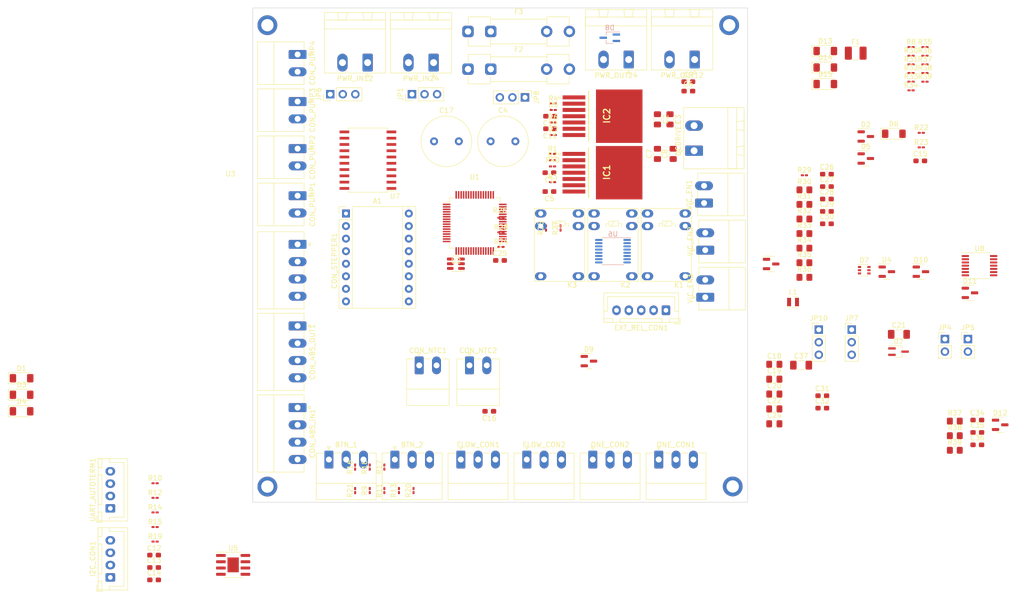
<source format=kicad_pcb>
(kicad_pcb (version 20221018) (generator pcbnew)
  (layers (0 "F.Cu" signal) (1 "In1.Cu" signal) (2 "In2.Cu" signal) (31 "B.Cu" signal) (34 "B.Paste" user) (35 "F.Paste" user) (36 "B.SilkS" user "B.Silkscreen") (37 "F.SilkS" user "F.Silkscreen") (38 "B.Mask" user) (39 "F.Mask" user) (44 "Edge.Cuts" user))
  (net 0 "")
  (net 1 "Net-(BTN_1-Pin_2)")
  (net 2 "/Autoterm/3V3")
  (net 3 "Net-(BTN_2-Pin_2)")
  (net 4 "Step_enable")
  (net 5 "Step_MS1")
  (net 6 "Step_MS2")
  (net 7 "Net-(FLOW_CON1-Pin_2)")
  (net 8 "Net-(I2C_CON1-Pin_1)")
  (net 9 "Step_MS3")
  (net 10 "Step_reset")
  (net 11 "Step_sleep")
  (net 12 "Net-(EXT_REL_CON1-Pin_2)")
  (net 13 "Net-(EXT_REL_CON1-Pin_3)")
  (net 14 "Net-(EXT_REL_CON1-Pin_4)")
  (net 16 "Net-(EXT_REL_CON1-Pin_5)")
  (net 17 "Net-(IC1-IN)")
  (net 18 "Net-(IC1-INH)")
  (net 19 "Net-(IC1-SR)")
  (net 20 "Net-(IC1-IS)")
  (net 21 "Step_step")
  (net 22 "Net-(IC2-IN)")
  (net 23 "Net-(ONE_CON1-Pin_1)")
  (net 24 "Step_dir")
  (net 25 "/GND")
  (net 26 "Net-(IC2-INH)")
  (net 27 "Net-(IC2-SR)")
  (net 28 "Net-(IC2-IS)")
  (net 29 "/12V0")
  (net 30 "BTN_1")
  (net 31 "BTN_2")
  (net 32 "FLW_Sig1")
  (net 33 "FLW_Sig2")
  (net 34 "ONE_SIG")
  (net 37 "I2C_SCL")
  (net 38 "I2C_SDA")
  (net 39 "/Analog-IN/5V0")
  (net 41 "/24V0")
  (net 42 "Net-(D8A-K)")
  (net 43 "/Autoterm/5V0")
  (net 44 "Ain_ntc0+")
  (net 45 "Net-(U8-B2)")
  (net 46 "Net-(U8-B1)")
  (net 47 "Net-(DCDRIVE1-Pin_1)")
  (net 48 "Net-(DCDRIVE1-Pin_2)")
  (net 49 "Net-(FLOW_CON2-Pin_2)")
  (net 50 "Net-(IC1-VS)")
  (net 51 "Net-(U6-O1)")
  (net 52 "Net-(VIC_EN1-Pin_1)")
  (net 53 "Net-(VIC_EN1-Pin_2)")
  (net 54 "Net-(U6-O2)")
  (net 55 "Net-(VIC_EN2-Pin_1)")
  (net 56 "Net-(VIC_EN2-Pin_2)")
  (net 57 "Net-(U6-O3)")
  (net 58 "Net-(VIC_EN3-Pin_1)")
  (net 59 "Net-(VIC_EN3-Pin_2)")
  (net 60 "Net-(U2-SW)")
  (net 61 "Net-(U5-B)")
  (net 62 "Net-(U5-A)")
  (net 81 "Net-(A1-VMOT)")
  (net 82 "Net-(A1-2B)")
  (net 83 "Net-(A1-2A)")
  (net 84 "Net-(A1-1A)")
  (net 85 "Net-(A1-1B)")
  (net 132 "Net-(U2-BST)")
  (net 133 "poci")
  (net 134 "enable")
  (net 135 "pico")
  (net 136 "REL1")
  (net 137 "REL2")
  (net 138 "REL3")
  (net 139 "REL4")
  (net 140 "REL5")
  (net 141 "REL6")
  (net 142 "REL7")
  (net 143 "Ain_ntc0-")
  (net 144 "pump1")
  (net 145 "pump_fb1")
  (net 146 "pump2")
  (net 147 "pump3")
  (net 148 "pump_fb2")
  (net 149 "pump4")
  (net 150 "Net-(CON_PUMP4-Pin_1)")
  (net 151 "Net-(CON_PUMP3-Pin_1)")
  (net 152 "Net-(CON_PUMP2-Pin_1)")
  (net 153 "Net-(CON_PUMP1-Pin_1)")
  (net 154 "RX")
  (net 155 "TX")
  (net 163 "/Analog-IN/GND")
  (net 164 "Net-(CON_NTC1-Pin_1)")
  (net 165 "Net-(CON_NTC1-Pin_2)")
  (net 166 "Ain_24V_Sig")
  (net 167 "Ain_12V_Sig")
  (net 168 "Net-(CON_485_IN1-Pin_2)")
  (net 169 "Net-(CON_485_IN1-Pin_3)")
  (net 170 "Ain_ntc1+")
  (net 171 "Ain_ntc1-")
  (net 172 "Net-(D12-A)")
  (net 173 "Net-(CON_NTC2-Pin_1)")
  (net 174 "Net-(CON_NTC2-Pin_2)")
  (net 175 "Net-(EXT_REL_CON1-Pin_1)")
  (net 176 "Net-(JP6-C)")
  (net 177 "Net-(JP10-C)")
  (net 178 "Net-(U2-EN)")
  (net 179 "IFX1_IN")
  (net 180 "IFX1_INH")
  (net 181 "IFX1_FB")
  (net 182 "IFX2_IN")
  (net 183 "IFX2_INH")
  (net 184 "IFX2_FB")
  (net 185 "Net-(PWR_IN12-Pin_2)")
  (net 186 "Net-(PWR_IN24-Pin_2)")
  (footprint "Resistor_SMD:R_0201_0603Metric_Pad0.64x0.40mm_HandSolder" (layer "F.Cu") (at 102.235 62.865)
    (fp_text reference "R4")
    (fp_text value "R")
  )
  (footprint "Resistor_SMD:R_0201_0603Metric_Pad0.64x0.40mm_HandSolder" (layer "F.Cu") (at 174.5575 53.17)
    (fp_text reference "R30")
    (fp_text value "10k")
  )
  (footprint "Capacitor_THT:C_Radial_D10.0mm_H16.0mm_P5.00mm" (layer "F.Cu") (at 89.575 70.485)
    (fp_text reference "C4")
    (fp_text value "1000uF")
  )
  (footprint "Package_SO:SOIC-8-1EP_3.9x4.9mm_P1.27mm_EP2.29x3mm" (layer "F.Cu") (at 37.53 156.17)
    (fp_text reference "U5")
    (fp_text value "MAX485E")
  )
  (footprint "Capacitor_SMD:C_0603_1608Metric_Pad1.08x0.95mm_HandSolder" (layer "F.Cu") (at 187.95 126.87)
    (fp_text reference "C34")
    (fp_text value "1u")
  )
  (footprint "Resistor_SMD:R_0201_0603Metric_Pad0.64x0.40mm_HandSolder" (layer "F.Cu") (at 21.75 139.66)
    (fp_text reference "R10")
    (fp_text value "10k")
  )
  (footprint "Connector_Phoenix_MSTB:PhoenixContact_MSTBA_2,5_2-G-5,08_1x02_P5.08mm_Horizontal" (layer "F.Cu") (at 78.045 54.5625 180)
    (fp_text reference "PWR_IN24")
    (fp_text value "Conn_01x02")
  )
  (footprint "Connector_Phoenix_MC:PhoenixContact_MC_1,5_3-G-3.5_1x03_P3.50mm_Horizontal" (layer "F.Cu") (at 56.88 134.8625)
    (fp_text reference "BTN_1")
    (fp_text value "Conn_01x03")
  )
  (footprint "Connector_PinHeader_2.54mm:PinHeader_1x03_P2.54mm_Vertical" (layer "F.Cu") (at 57.15 60.96 90)
    (fp_text reference "JP6")
    (fp_text value "Jumper_3_Bridged12")
  )
  (footprint "Capacitor_SMD:C_0805_2012Metric_Pad1.18x1.45mm_HandSolder" (layer "F.Cu") (at 123.2935 73.025 90)
    (fp_text reference "C7")
    (fp_text value "220nF")
  )
  (footprint "Capacitor_SMD:C_0805_2012Metric_Pad1.18x1.45mm_HandSolder" (layer "F.Cu") (at 146.9175 124.625)
    (fp_text reference "C22")
    (fp_text value "10uF")
  )
  (footprint "Diode_SMD:D_MiniMELF" (layer "F.Cu") (at -5.235 125.095)
    (fp_text reference "D4")
    (fp_text value "BZV55C3V6")
  )
  (footprint "Connector_Phoenix_MC:PhoenixContact_MC_1,5_2-G-3.5_1x02_P3.50mm_Horizontal" (layer "F.Cu") (at 50.5575 52.915 -90)
    (fp_text reference "CON_PUMP4")
    (fp_text value "Conn_01x02")
  )
  (footprint "Connector_PinHeader_2.54mm:PinHeader_1x03_P2.54mm_Vertical" (layer "F.Cu") (at 73.675 60.96 90)
    (fp_text reference "JP1")
    (fp_text value "Jumper_3_Bridged12")
  )
  (footprint "Resistor_SMD:R_0201_0603Metric_Pad0.64x0.40mm_HandSolder" (layer "F.Cu") (at 62.19 136.39 90)
    (fp_text reference "R16")
    (fp_text value "0R")
  )
  (footprint "KiCad:PG-TO263-7-1" (layer "F.Cu") (at 118.606 76.835 -90)
    (fp_text reference "IC1")
    (fp_text value "IFX007TAUMA1" hide)
  )
  (footprint "Capacitor_SMD:C_0805_2012Metric_Pad1.18x1.45mm_HandSolder" (layer "F.Cu") (at 146.9175 115.595)
    (fp_text reference "C18")
    (fp_text value "100nF")
  )
  (footprint "Diode_SMD:D_MiniMELF" (layer "F.Cu") (at 157.2225 52.215)
    (fp_text reference "D13")
    (fp_text value "BZV55B5V6")
  )
  (footprint "Connector_PinHeader_2.54mm:PinHeader_1x03_P2.54mm_Vertical" (layer "F.Cu") (at 162.56 108.585)
    (fp_text reference "JP7")
    (fp_text value "Jumper_3_Bridged12")
  )
  (footprint "Package_SO:Infineon_PG-DSO-20-32" (layer "F.Cu") (at 64.77 74.295 180)
    (fp_text reference "U7")
    (fp_text value "BTS724G")
  )
  (footprint "Package_TO_SOT_SMD:SOT-23" (layer "F.Cu") (at 176.55 96.86)
    (fp_text reference "D10")
    (fp_text value "SP0502BAHT")
  )
  (footprint "Resistor_SMD:R_0201_0603Metric_Pad0.64x0.40mm_HandSolder" (layer "F.Cu") (at 102.096 78.74)
    (fp_text reference "R3")
    (fp_text value "R")
  )
  (footprint "Resistor_SMD:R_0201_0603Metric_Pad0.64x0.40mm_HandSolder" (layer "F.Cu") (at 102.096 75.565)
    (fp_text reference "R40")
    (fp_text value "R")
  )
  (footprint "Connector_Phoenix_MC:PhoenixContact_MC_1,5_3-G-3.5_1x03_P3.50mm_Horizontal" (layer "F.Cu") (at 110.22 134.8625)
    (fp_text reference "ONE_CON2")
    (fp_text value "Conn_01x03")
  )
  (footprint "Package_TO_SOT_SMD:SOT-23" (layer "F.Cu") (at 165.41 69.51)
    (fp_text reference "D2")
    (fp_text value "SP0502BAHT")
  )
  (footprint "Capacitor_SMD:C_0805_2012Metric_Pad1.18x1.45mm_HandSolder" (layer "F.Cu") (at 125.8335 66.04 -90)
    (fp_text reference "C3")
    (fp_text value "220nF")
  )
  (footprint "Resistor_SMD:R_0201_0603Metric_Pad0.64x0.40mm_HandSolder" (layer "F.Cu") (at 174.5575 56.67)
    (fp_text reference "R32")
    (fp_text value "10k")
  )
  (footprint "Resistor_SMD:R_0805_2012Metric_Pad1.20x1.40mm_HandSolder" (layer "F.Cu") (at 183.4 130.04)
    (fp_text reference "R38")
    (fp_text value "10k")
  )
  (footprint "Connector_Phoenix_MC:PhoenixContact_MC_1,5_2-G-3.5_1x02_P3.50mm_Horizontal" (layer "F.Cu") (at 85.3 115.8125)
    (fp_text reference "CON_NTC2")
    (fp_text value "Conn_01x02")
  )
  (footprint "Connector_Phoenix_MC:PhoenixContact_MC_1,5_3-G-3.5_1x03_P3.50mm_Horizontal" (layer "F.Cu") (at 123.555 134.8625)
    (fp_text reference "ONE_CON1")
    (fp_text value "Conn_01x03")
  )
  (footprint "Resistor_SMD:R_0201_0603Metric_Pad0.64x0.40mm_HandSolder" (layer "F.Cu") (at 102.235 64.135)
    (fp_text reference "R5")
    (fp_text value "R")
  )
  (footprint "Resistor_SMD:R_0201_0603Metric_Pad0.64x0.40mm_HandSolder" (layer "F.Cu") (at 21.75 148.51)
    (fp_text reference "R15")
    (fp_text value "22k")
  )
  (footprint "Connector_Phoenix_MC:PhoenixContact_MC_1,5_2-G-3.5_1x02_P3.50mm_Horizontal" (layer "F.Cu") (at 132.9575 102.025 90)
    (fp_text reference "VIC_EN3")
    (fp_text value "Conn_01x02")
  )
  (footprint "Connector_Phoenix_MC:PhoenixContact_MC_1,5_2-G-3.5_1x02_P3.50mm_Horizontal" (layer "F.Cu") (at 50.5575 81.49 -90)
    (fp_text reference "CON_PUMP1")
    (fp_text value "Conn_01x02")
  )
  (footprint "Module:Pololu_Breakout-16_15.2x20.3mm" (layer "F.Cu") (at 60.335 85.09)
    (fp_text reference "A1")
    (fp_text value "Pololu_Breakout_A4988")
  )
  (footprint "Package_TO_SOT_SMD:SOT-363_SC-70-6" (layer "F.Cu") (at 165.09 96.56)
    (fp_text reference "D7")
    (fp_text value "BAV70S")
  )
  (footprint "Capacitor_SMD:C_0805_2012Metric_Pad1.18x1.45mm_HandSolder" (layer "F.Cu") (at 123.2935 66.04 -90)
    (fp_text reference "C2")
    (fp_text value "220nF")
  )
  (footprint "Resistor_SMD:R_0805_2012Metric_Pad1.20x1.40mm_HandSolder" (layer "F.Cu") (at 153 86.2)
    (fp_text reference "R32")
    (fp_text value "10k")
  )
  (footprint "Capacitor_THT:C_Radial_D10.0mm_H16.0mm_P5.00mm" (layer "F.Cu") (at 78.145 70.485)
    (fp_text reference "C17")
    (fp_text value "470uF")
  )
  (footprint "kicad_customlib:PG-TO263-7-1" (layer "F.Cu") (at 118.62 65.405 -90)
    (fp_text reference "IC2")
    (fp_text value "IFX007TAUMA1" hide)
  )
  (footprint "Fuse:Fuseholder_Clip-5x20mm_Littelfuse_100_Inline_P20.50x4.60mm_D1.30mm_Horizontal" (layer "F.Cu") (at 85 48.26)
    (fp_text reference "F3")
    (fp_text value "Fuse")
  )
  (footprint "Diode_SMD:D_MiniMELF" (layer "F.Cu") (at 171.075 68.955)
    (fp_text reference "D6")
    (fp_text value "BZV55C3V6")
  )
  (footprint "Resistor_SMD:R_0201_0603Metric_Pad0.64x0.40mm_HandSolder" (layer "F.Cu") (at 62.19 141.14 90)
    (fp_text reference "R21")
    (fp_text value "22k")
  )
  (footprint "Connector_Phoenix_MC:PhoenixContact_MC_1,5_2-G-3.5_1x02_P3.50mm_Horizontal" (layer "F.Cu") (at 75.14 115.8125)
    (fp_text reference "CON_NTC1")
    (fp_text value "Conn_01x02")
  )
  (footprint "Resistor_SMD:R_0201_0603Metric_Pad0.64x0.40mm_HandSolder" (layer "F.Cu") (at 21.75 151.46)
    (fp_text reference "R19")
    (fp_text value "10k")
  )
  (footprint "Connector_Phoenix_MSTB:PhoenixContact_MSTBA_2,5_2-G-5,08_1x02_P5.08mm_Horizontal" (layer "F.Cu") (at 130.81 53.9425 180)
    (fp_text reference "PWR_OUT12")
    (fp_text value "Conn_01x02")
  )
  (footprint "Connector_Phoenix_MC:PhoenixContact_MC_1,5_2-G-3.5_1x02_P3.50mm_Horizontal" (layer "F.Cu") (at 50.5575 62.44 -90)
    (fp_text reference "CON_PUMP3")
    (fp_text value "Conn_01x02")
  )
  (footprint "Fuse:Fuse_1210_3225Metric_Pad1.42x2.65mm_HandSolder" (layer "F.Cu") (at 163.3675 52.65)
    (fp_text reference "F1")
    (fp_text value "Fuse_Small")
  )
  (footprint "Capacitor_SMD:C_0603_1608Metric_Pad1.08x0.95mm_HandSolder" (layer "F.Cu") (at 21.55 159.21)
    (fp_text reference "C14")
    (fp_text value "10n")
  )
  (footprint "Package_TO_SOT_SMD:SOT-323_SC-70_Handsoldering" (layer "F.Cu") (at 172.025 113.03)
    (fp_text reference "D7")
    (fp_text value "BAV70S")
  )
  (footprint "Capacitor_SMD:C_0603_1608Metric_Pad1.08x0.95mm_HandSolder" (layer "F.Cu") (at 129.54 58.42)
    (fp_text reference "C9")
    (fp_text value "100nF")
  )
  (footprint "Package_TO_SOT_SMD:TSOT-23-6" (layer "F.Cu") (at 82.55 95.25 180)
    (fp_text reference "U2")
    (fp_text value "AP63205WU")
  )
  (footprint "Connector_Phoenix_MC:PhoenixContact_MC_1,5_2-G-3.5_1x02_P3.50mm_Horizontal" (layer "F.Cu") (at 132.715 82.975 90)
    (fp_text reference "VIC_EN1")
    (fp_text value "Conn_01x02")
  )
  (footprint "Resistor_SMD:R_0201_0603Metric_Pad0.64x0.40mm_HandSolder" (layer "F.Cu") (at 65.14 141.14 90)
    (fp_text reference "R9")
    (fp_text value "10meg")
  )
  (footprint "Resistor_SMD:R_0201_0603Metric_Pad0.64x0.40mm_HandSolder" (layer "F.Cu") (at 21.75 145.56)
    (fp_text reference "R14")
    (fp_text value "10k")
  )
  (footprint "Resistor_SMD:R_0805_2012Metric_Pad1.20x1.40mm_HandSolder" (layer "F.Cu") (at 183.4 127.09)
    (fp_text reference "R37")
    (fp_text value "10k")
  )
  (footprint "Connector_Phoenix_MSTB:PhoenixContact_MSTBA_2,5_2-G-5,08_1x02_P5.08mm_Horizontal" (layer "F.Cu") (at 117.475 53.9425 180)
    (fp_text reference "PWR_OUT24")
    (fp_text value "Conn_01x02")
  )
  (footprint "Connector_Phoenix_MC:PhoenixContact_MC_1,5_2-G-3.5_1x02_P3.50mm_Horizontal" (layer "F.Cu") (at 50.5575 71.965 -90)
    (fp_text reference "CON_PUMP2")
    (fp_text value "Conn_01x02")
  )
  (footprint "Resistor_SMD:R_0201_0603Metric_Pad0.64x0.40mm_HandSolder" (layer "F.Cu") (at 102.096 74.295)
    (fp_text reference "R2")
    (fp_text value "R")
  )
  (footprint "Resistor_SMD:R_0201_0603Metric_Pad0.64x0.40mm_HandSolder" (layer "F.Cu") (at 65.14 136.39 90)
    (fp_text reference "R18")
    (fp_text value "10k")
  )
  (footprint "Capacitor_SMD:C_0603_1608Metric_Pad1.08x0.95mm_HandSolder" (layer "F.Cu") (at 187.95 129.38)
    (fp_text reference "C35")
    (fp_text value "1u")
  )
  (footprint "Fuse:Fuseholder_Clip-5x20mm_Littelfuse_100_Inline_P20.50x4.60mm_D1.30mm_Horizontal" (layer "F.Cu") (at 85 55.88)
    (fp_text reference "F2")
    (fp_text value "Fuse")
  )
  (footprint "Package_TO_SOT_SMD:SOT-23" (layer "F.Cu") (at 146.28 95.3)
    (fp_text reference "U3")
    (fp_text value "AP7384-33SA")
  )
  (footprint "Resistor_SMD:R_0201_0603Metric_Pad0.64x0.40mm_HandSolder" (layer "F.Cu") (at 177.3675 58.42)
    (fp_text reference "R39")
    (fp_text value "10k")
  )
  (footprint "Capacitor_SMD:C_0603_1608Metric_Pad1.08x0.95mm_HandSolder" (layer "F.Cu") (at 129.54 60.325)
    (fp_text reference "C6")
    (fp_text value "100nF")
  )
  (footprint "Connector_JST:JST_XH_B4B-XH-A_1x04_P2.50mm_Vertical" (layer "F.Cu") (at 12.7 158.71 90)
    (fp_text reference "I2C_CON1")
    (fp_text value "Conn_01x04")
  )
  (footprint "Capacitor_SMD:C_0805_2012Metric_Pad1.18x1.45mm_HandSolder" (layer "F.Cu") (at 126.4685 73.025 90)
    (fp_text reference "C8")
    (fp_text value "220nF")
  )
  (footprint "Resistor_SMD:R_0201_0603Metric_Pad0.64x0.40mm_HandSolder" (layer "F.Cu") (at 177.3675 56.67)
    (fp_text reference "R38")
    (fp_text value "10k")
  )
  (footprint "Capacitor_SMD:C_1206_3216Metric_Pad1.33x1.80mm_HandSolder" (layer "F.Cu") (at 152.3275 115.765)
    (fp_text reference "C37")
    (fp_text value "10uF")
  )
  (footprint "Resistor_SMD:R_0805_2012Metric_Pad1.20x1.40mm_HandSolder" (layer "F.Cu") (at 153 92.1)
    (fp_text reference "R34")
    (fp_text value "R_Small")
  )
  (footprint "Connector_Phoenix_MC:PhoenixContact_MC_1,5_2-G-3.5_1x02_P3.50mm_Horizontal" (layer "F.Cu") (at 132.9575 92.5 90)
    (fp_text reference "VIC_EN2")
    (fp_text value "Conn_01x02")
  )
  (footprint "Relay_THT:Relay_SPDT_HJR-4102" (layer "F.Cu") (at 118.11 97.79 180)
    (fp_text reference "K2")
    (fp_text value "TIANBO-HJR-4102-L")
  )
  (footprint "Resistor_SMD:R_0201_0603Metric_Pad0.64x0.40mm_HandSolder" (layer "F.Cu") (at 68.09 136.39 90)
    (fp_text reference "R17")
    (fp_text value "10k")
  )
  (footprint "Resistor_SMD:R_0805_2012Metric_Pad1.20x1.40mm_HandSolder" (layer "F.Cu") (at 153 80.3)
    (fp_text reference "R30")
    (fp_text value "10k")
  )
  (footprint "Package_TO_SOT_SMD:SOT-23" (layer "F.Cu") (at 169.66 96.86)
    (fp_text reference "U4")
    (fp_text value "AP7384-50SA")
  )
  (footprint "Capacitor_SMD:C_0603_1608Metric_Pad1.08x0.95mm_HandSolder" (layer "F.Cu") (at 157.55 82.15)
    (fp_text reference "C28")
    (fp_text value "1u")
  )
  (footprint "Resistor_SMD:R_0201_0603Metric_Pad0.64x0.40mm_HandSolder" (layer "F.Cu") (at 71.04 141.14 90)
    (fp_text reference "R13")
    (fp_text value "4K7")
  )
  (footprint "Capacitor_SMD:C_0603_1608Metric_Pad1.08x0.95mm_HandSolder" (layer "F.Cu") (at 157.55 79.64)
    (fp_text reference "C27")
    (fp_text value "1u")
  )
  (footprint "Capacitor_SMD:C_0603_1608Metric_Pad1.08x0.95mm_HandSolder" (layer "F.Cu") (at 157.55 77.13)
    (fp_text reference "C26")
    (fp_text value "1u")
  )
  (footprint "Diode_SMD:D_MiniMELF" (layer "F.Cu") (at 157.2225 55.555)
    (fp_text reference "D14")
    (fp_text value "BZV55B5V6")
  )
  (footprint "Capacitor_SMD:C_0603_1608Metric_Pad1.08x0.95mm_HandSolder" (layer "F.Cu") (at 101.461 76.835 180)
    (fp_text reference "C1")
    (fp_text value "C_Small")
  )
  (footprint "Resistor_SMD:R_0201_0603Metric_Pad0.64x0.40mm_HandSolder" (layer "F.Cu") (at 103.71 88.0275 90)
    (fp_text reference "R27")
    (fp_text value "20R")
  )
  (footprint "Resistor_SMD:R_0201_0603Metric_Pad0.64x0.40mm_HandSolder" (layer "F.Cu") (at 174.5575 51.42)
    (fp_text reference "R8")
    (fp_text value "10k")
  )
  (footprint "Resistor_SMD:R_0201_0603Metric_Pad0.64x0.40mm_HandSolder" (layer "F.Cu") (at 102.096 73.025)
    (fp_text reference "R1")
    (fp_text value "R")
  )
  (footprint "Connector_PinHeader_2.54mm:PinHeader_1x02_P2.54mm_Vertical" (layer "F.Cu") (at 186.055 110.49)
    (fp_text reference "JP5")
    (fp_text value "Jumper_2_Bridged")
  )
  (footprint "Diode_SMD:D_MiniMELF" (layer "F.Cu") (at -5.235 118.415)
    (fp_text reference "D1")
    (fp_text value "BZV55C3V6")
  )
  (footprint "Capacitor_SMD:C_0603_1608Metric_Pad1.08x0.95mm_HandSolder" (layer "F.Cu") (at 176.42 74.44)
    (fp_text reference "C15")
    (fp_text value "10n")
  )
  (footprint "Resistor_SMD:R_0201_0603Metric_Pad0.64x0.40mm_HandSolder" (layer "F.Cu") (at 176.62 68.76)
    (fp_text reference "R22")
    (fp_text value "10k")
  )
  (footprint "Resistor_SMD:R_0201_0603Metric_Pad0.64x0.40mm_HandSolder" (layer "F.Cu") (at 174.5575 58.42)
    (fp_text reference "R33")
    (fp_text value "~")
  )
  (footprint "Resistor_SMD:R_0201_0603Metric_Pad0.64x0.40mm_HandSolder" (layer "F.Cu") (at 177.3675 54.92)
    (fp_text reference "R37")
    (fp_text value "10k")
  )
  (footprint "Capacitor_SMD:C_0603_1608Metric_Pad1.08x0.95mm_HandSolder" (layer "F.Cu") (at 101.461 80.645 180)
    (fp_text reference "C5")
    (fp_text value "C_Small")
  )
  (footprint "Capacitor_SMD:C_0805_2012Metric_Pad1.18x1.45mm_HandSolder" (layer "F.Cu") (at 146.9175 118.605)
    (fp_text reference "C19")
    (fp_text value "22uF")
  )
  (footprint "Capacitor_SMD:C_0603_1608Metric_Pad1.08x0.95mm_HandSolder" (layer "F.Cu") (at 101.6 67.945 180)
    (fp_text reference "C11")
    (fp_text value "C_Small")
  )
  (footprint "Resistor_SMD:R_0201_0603Metric_Pad0.64x0.40mm_HandSolder" (layer "F.Cu") (at 73.99 141.14 90)
    (fp_text reference "R20")
    (fp_text value "10meg")
  )
  (footprint "Connector_Phoenix_MSTB:PhoenixContact_MSTBA_2,5_2-G-5,08_1x02_P5.08mm_Horizontal" (layer "F.Cu") (at 64.71 54.5625 180)
    (fp_text reference "PWR_IN12")
    (fp_text value "Conn_01x02")
  )
  (footprint "Resistor_SMD:R_0201_0603Metric_Pad0.64x0.40mm_HandSolder" (layer "F.Cu") (at 176.62 71.71)
    (fp_text reference "R23")
    (fp_text value "22k")
  )
  (footprint "Capacitor_SMD:C_0603_1608Metric_Pad1.08x0.95mm_HandSolder" (layer "F.Cu") (at 21.55 154.19)
    (fp_text reference "C12")
    (fp_text value "100n")
  )
  (footprint "Capacitor_SMD:C_0805_2012Metric_Pad1.18x1.45mm_HandSolder" (layer "F.Cu") (at 146.9175 127.635)
    (fp_text reference "C24")
    (fp_text value "C_Small")
  )
  (footprint "Capacitor_SMD:C_0603_1608Metric_Pad1.08x0.95mm_HandSolder" (layer "F.Cu") (at 156.6175 121.95)
    (fp_text reference "C31")
    (fp_text value "C_Small")
  )
  (footprint "Resistor_SMD:R_0201_0603Metric_Pad0.64x0.40mm_HandSolder" (layer "F.Cu") (at 153 77.35)
    (fp_text reference "R29")
    (fp_text value "10k")
  )
  (footprint "Package_TO_SOT_SMD:SOT-23" (layer "F.Cu") (at 192.57 127.84)
    (fp_text reference "D12")
    (fp_text value "SP0502BAHT")
  )
  (footprint "Inductor_SMD_Wurth:L_Wurth_WE-LQSH-2010" (layer "F.Cu") (at 150.7 103)
    (fp_text reference "L1")
    (fp_text value "4u7")
  )
  (footprint "Resistor_SMD:R_0201_0603Metric_Pad0.64x0.40mm_HandSolder" (layer "F.Cu") (at 174.5575 60.17)
    (fp_text reference "R34")
    (fp_text value "~")
  )
  (footprint "Connector_Phoenix_MC:PhoenixContact_MC_1,5_4-G-3.5_1x04_P3.50mm_Horizontal" (layer "F.Cu") (at 50.5575 107.835 -90)
    (fp_text reference "CON_485_OUT1")
    (fp_text value "Conn_01x04")
  )
  (footprint "Connector_Phoenix_MC:PhoenixContact_MC_1,5_3-G-3.5_1x03_P3.50mm_Horizontal" (layer "F.Cu") (at 83.55 134.8625)
    (fp_text reference "FLOW_CON1")
    (fp_text value "Conn_01x03")
  )
  (footprint "Connector_Phoenix_MSTB:PhoenixContact_MSTBA_2,5_2-G-5,08_1x02_P5.08mm_Horizontal" (layer "F.Cu") (at 130.7035 72.39 90)
    (fp_text reference "DCDRIVE1")
    (fp_text value "Conn_01x02")
  )
  (footprint "Connector_PinHeader_2.54mm:PinHeader_1x03_P2.54mm_Vertical" (layer "F.Cu") (at 96.52 61.595 -90)
    (fp_text reference "JP8")
    (fp_text value "Jumper_3_Bridged12")
  )
  (footprint "Capacitor_SMD:C_0603_1608Metric_Pad1.08x0.95mm_HandSolder" (layer "F.Cu") (at 101.6 65.405 180)
    (fp_text reference "C10")
    (fp_text value "C_Small")
  )
  (footprint "Resistor_SMD:R_0201_0603Metric_Pad0.64x0.40mm_HandSolder" (layer "F.Cu") (at 177.3675 51.42)
    (fp_text reference "R35")
    (fp_text value "~")
  )
  (footprint "Connector_Phoenix_MC:PhoenixContact_MC_1,5_4-G-3.5_1x04_P3.50mm_Horizontal" (layer "F.Cu") (at 50.5575 124.345 -90)
    (fp_text reference "CON_485_IN1")
    (fp_text value "Conn_01x04")
  )
  (footprint "Capacitor_SMD:C_0603_1608Metric_Pad1.08x0.95mm_HandSolder" (layer "F.Cu") (at 157.55 87.17)
    (fp_text reference "C30")
    (fp_text value "C_Small")
  )
  (footprint "Resistor_SMD:R_0201_0603Metric_Pad0.64x0.40mm_HandSolder" (layer "F.Cu") (at 100.76 88.0275 90)
    (fp_text reference "R25")
    (fp_text value "20R")
  )
  (footprint "Resistor_SMD:R_0201_0603Metric_Pad0.64x0.40mm_HandSolder" (layer "F.Cu") (at 177.3675 53.17)
    (fp_text reference "R36")
    (fp_text value "~")
  )
  (footprint "Capacitor_SMD:C_0603_1608Metric_Pad1.08x0.95mm_HandSolder" (layer "F.Cu") (at 157.55 84.66)
    (fp_text reference "C29")
    (fp_text value "C_Small")
  )
  (footprint "Connector_Phoenix_MC:PhoenixContact_MC_1,5_4-G-3.5_1x04_P3.50mm_Horizontal" (layer "F.Cu") (at 50.5575 91.325 -90)
    (fp_text reference "CON_STEPPER1")
    (fp_text value "Conn_01x04")
  )
  (footprint "Connector_Phoenix_MC:PhoenixContact_MC_1,5_3-G-3.5_1x03_P3.50mm_Horizontal" (layer "F.Cu") (at 96.885 134.8625)
    (fp_text reference "FLOW_CON2")
    (fp_text value "Conn_01x03")
  )
  (footprint "Connector_JST:JST_XH_B5B-XH-A_1x05_P2.50mm_Vertical" (layer "F.Cu") (at 125.015 104.665 180)
    (fp_text reference "EXT_REL_CON1")
    (fp_text value "Conn_01x06")
  )
  (footprint "Resistor_SMD:R_0201_0603Metric_Pad0.64x0.40mm_HandSolder" (layer "F.Cu") (at 174.5575 54.92)
    (fp_text reference "R31")
    (fp_text value "10k")
  )
  (footprint "Resistor_SMD:R_0201_0603Metric_Pad0.64x0.40mm_HandSolder" (layer "F.Cu") (at 91.6675 88.9)
    (fp_text reference "R28")
    (fp_text value "1440")
  )
  (footprint "Resistor_SMD:R_0201_0603Metric_Pad0.64x0.40mm_HandSolder" (layer "F.Cu") (at 91.6675 85.95)
    (fp_text reference "R26")
    (fp_text value "120R")
  )
  (footprint "Resistor_SMD:R_0805_2012Metric_Pad1.20x1.40mm_HandSolder" (layer "F.Cu") (at 153 89.15)
    (fp_text reference "R33")
    (fp_text value "R_Small")
  )
  (footprint "Connector_Phoenix_MC:PhoenixContact_MC_1,5_3-G-3.5_1x03_P3.50mm_Horizontal" (layer "F.Cu") (at 70.215 134.8625)
    (fp_text reference "BTN_2")
    (fp_text value "Conn_01x03")
  )
  (footprint "Capacitor_SMD:C_0603_1608Metric_Pad1.08x0.95mm_HandSolder" (layer "F.Cu") (at 89.3075 125.095 180)
    (fp_text reference "C16")
    (fp_text value "100n")
  )
  (footprint "Resistor_SMD:R_0805_2012Metric_Pad1.20x1.40mm_HandSolder" (layer "F.Cu") (at 153 95.05)
    (fp_text reference "R35")
    (fp_text value "R_Small")
  )
  (footprint "Connector_PinHeader_2.54mm:PinHeader_1x02_P2.54mm_Vertical" (layer "F.Cu") (at 181.405 110.49)
    (fp_text reference "JP4")
    (fp_text value "Jumper_2_Bridged")
  )
  (footprint "Capacitor_SMD:C_0805_2012Metric_Pad1.18x1.45mm_HandSolder" (layer "F.Cu") (at 146.9175 121.615)
    (fp_text reference "C20")
    (fp_text value "22uF")
  )
  (footprint "Capacitor_SMD:C_0603_1608Metric_Pad1.08x0.95mm_HandSolder" (layer "F.Cu") (at 156.6175 124.46)
    (fp_text reference "C32")
    (fp_text value "C_Small")
  )
  (footprint "Capacitor_SMD:C_0603_1608Metric_Pad1.08x0.95mm_HandSolder" (layer "F.Cu") (at 21.55 156.7)
    (fp_text reference "C13")
    (fp_text value "100n")
  )
  (footprint "Connector_JST:JST_XH_B4B-XH-A_1x04_P2.50mm_Vertical" (layer "F.Cu") (at 12.7 144.74 90)
    (fp_text reference "UART_AUTOTERM1")
    (fp_text value "Conn_01x04")
  )
  (footprint "Resistor_SMD:R_0805_2012Metric_Pad1.20x1.40mm_HandSolder" (layer "F.Cu") (at 183.4 132.99)
    (fp_text reference "R39")
    (fp_text value "10k")
  )
  (footprint "Connector_PinHeader_2.54mm:PinHeader_1x03_P2.54mm_Vertical" (layer "F.Cu") (at 155.91 108.585)
    (fp_text reference "JP10")
    (fp_text value "Jumper_3_Bridged12")
  )
  (footprint "Resistor_SMD:R_0201_0603Metric_Pad0.64x0.40mm_HandSolder" (layer "F.Cu") (at 102.235 69.215)
    (fp_text reference "R7")
    (fp_text value "R")
  )
  (footprint "Capacitor_SMD:C_0603_1608Metric_Pad1.08x0.95mm_HandSolder" (layer "F.Cu") (at 187.95 131.89)
    (fp_text reference "C36")
    (fp_text value "1u")
  )
  (footprint "Relay_THT:Relay_SPDT_HJR-4102" (layer "F.Cu") (at 107.315 97.79 180)
    (fp_text reference "K3")
    (fp_text value "TIANBO-HJR-4102-L")
  )
  (footprint "Package_TO_SOT_SMD:SOT-23" (layer "F.Cu") (at 186.46 101.14)
    (fp_text reference "D11")
    (fp_text value "SP0502BAHT")
  )
  (footprint "Resistor_SMD:R_0805_2012Metric_Pad1.20x1.40mm_HandSolder" (layer "F.Cu") (at 153 83.25)
    (fp_text reference "R31")
    (fp_text value "10k")
  )
  (footprint "Resistor_SMD:R_0201_0603Metric_Pad0.64x0.40mm_HandSolder" (layer "F.Cu") (at 68.09 141.14 90)
    (fp_text reference "R11")
    (fp_text value "0R")
  )
  (footprint "Resistor_SMD:R_0201_0603Metric_Pad0.64x0.40mm_HandSolder" (layer "F.Cu") (at 21.75 142.61)
    (fp_text reference "R12")
    (fp_text value "22k")
  )
  (footprint "Diode_SMD:D_MiniMELF" (layer "F.Cu") (at -5.235 121.755)
    (fp_text reference "D3")
    (fp_text value "BZV55C3V6")
  )
  (footprint "Resistor_SMD:R_0201_0603Metric_Pad0.64x0.40mm_HandSolder" (layer "F.Cu") (at 91.6675 91.85)
    (fp_text reference "R24")
    (fp_text value "1440")
  )
  (footprint "Package_TO_SOT_SMD:SOT-23" (layer "F.Cu") (at 109.4375 114.95)
    (fp_text reference "D9")
    (fp_text value "SP0502BAHT")
  )
  (footprint "Package_QFP:LQFP-64_10x10mm_P0.5mm" (layer "F.Cu") (at 86.36 86.995)
    (fp_text reference "U1")
    (fp_text value "STM32G071RBTx")
  )
  (footprint "Relay_THT:Relay_SPDT_HJR-4102" (layer "F.Cu") (at 128.905 97.79 180)
    (fp_text reference "K1")
    (fp_text value "TIANBO-HJR-4102-L")
  )
  (footprint "Resistor_SMD:R_0805_2012Metric_Pad1.20x1.40mm_HandSolder" (layer "F.Cu") (at 153 98)
    (fp_text reference "R36")
    (fp_text value "R_Small")
  )
  (footprint "Resistor_SMD:R_0201_0603Metric_Pad0.64x0.40mm_HandSolder" (layer "F.Cu") (at 102.235 66.675)
    (fp_text reference "R6")
    (fp_text value "R")
  )
  (footprint "Diode_SMD:D_MiniMELF" (layer "F.Cu") (at 157.2225 58.895)
    (fp_text reference "D15")
    (fp_text value "BZV55B3V6")
  )
  (footprint "Package_SO:TSSOP-14_4.4x5mm_P0.65mm" (layer "F.Cu") (at 188.39 95.64)
    (fp_text reference "U8")
    (fp_text value "TXB0104PW")
  )
  (footprint "Capacitor_SMD:C_1206_3216Metric_Pad1.33x1.80mm_HandSolder" (layer "F.Cu") (at 172.105 109.53)
    (fp_text reference "C21")
    (fp_text value "10uF")
  )
  (footprint "Package_TO_SOT_SMD:SOT-23" (layer "F.Cu") (at 165.41 73.96)
    (fp_text reference "D5")
    (fp_text value "SP0502BAHT")
  )
  (footprint "Capacitor_SMD:C_0603_1608Metric_Pad1.08x0.95mm_HandSolder" (layer "F.Cu") (at 91.4675 94.58)
    (fp_text reference "C25")
    (fp_text value "100nF")
  )
  (footprint "Package_TO_SOT_SMD:SOT-323_SC-70_Handsoldering" (layer "B.Cu") (at 113.665 49.53 180)
    (fp_text reference "D8")
    (fp_text value "BAV70S")
  )
  (footprint "Package_SO:TSSOP-16_4.4x5mm_P0.65mm" (layer "B.Cu") (at 114.3 92.71 180)
    (fp_text reference "U6")
    (fp_text value "ULN2004A")
  )
  (gr_rect locked (start 41.5 43.5) (end 141.5 143.5) (stroke (width 0.1)) (fill none) (layer "Edge.Cuts"))
  (via (at 137.795 46.99) (size 4) (drill 2.5) (layers "F.Cu" "B.Cu") (net 0))
  (via (at 44.45 140.335) (size 4) (drill 2.5) (layers "F.Cu" "B.Cu") (net 0))
  (via (at 44.45 46.99) (size 4) (drill 2.5) (layers "F.Cu" "B.Cu") (net 0))
  (via (at 138.507706 140.306485) (size 4) (drill 2.5) (layers "F.Cu" "B.Cu") (net 0))
)
</source>
